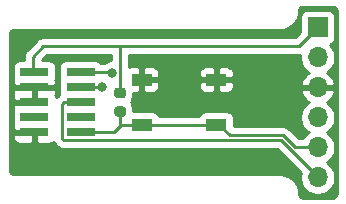
<source format=gbr>
%TF.GenerationSoftware,KiCad,Pcbnew,5.1.6-c6e7f7d~87~ubuntu18.04.1*%
%TF.CreationDate,2020-07-27T20:58:04-04:00*%
%TF.ProjectId,nucleo-stlink-adapter,6e75636c-656f-42d7-9374-6c696e6b2d61,rev?*%
%TF.SameCoordinates,Original*%
%TF.FileFunction,Copper,L1,Top*%
%TF.FilePolarity,Positive*%
%FSLAX46Y46*%
G04 Gerber Fmt 4.6, Leading zero omitted, Abs format (unit mm)*
G04 Created by KiCad (PCBNEW 5.1.6-c6e7f7d~87~ubuntu18.04.1) date 2020-07-27 20:58:04*
%MOMM*%
%LPD*%
G01*
G04 APERTURE LIST*
%TA.AperFunction,SMDPad,CuDef*%
%ADD10R,1.700000X1.000000*%
%TD*%
%TA.AperFunction,ComponentPad*%
%ADD11O,1.700000X1.700000*%
%TD*%
%TA.AperFunction,ComponentPad*%
%ADD12R,1.700000X1.700000*%
%TD*%
%TA.AperFunction,SMDPad,CuDef*%
%ADD13R,2.400000X0.740000*%
%TD*%
%TA.AperFunction,ViaPad*%
%ADD14C,0.800000*%
%TD*%
%TA.AperFunction,Conductor*%
%ADD15C,0.250000*%
%TD*%
%TA.AperFunction,Conductor*%
%ADD16C,0.254000*%
%TD*%
G04 APERTURE END LIST*
D10*
%TO.P,SW1,2*%
%TO.N,GND*%
X110843377Y-79353066D03*
X117143377Y-79353066D03*
%TO.P,SW1,1*%
%TO.N,nRST*%
X110843377Y-83153066D03*
X117143377Y-83153066D03*
%TD*%
%TO.P,R1,2*%
%TO.N,VTARGET*%
%TA.AperFunction,SMDPad,CuDef*%
G36*
G01*
X109258519Y-80911510D02*
X108746019Y-80911510D01*
G75*
G02*
X108527269Y-80692760I0J218750D01*
G01*
X108527269Y-80255260D01*
G75*
G02*
X108746019Y-80036510I218750J0D01*
G01*
X109258519Y-80036510D01*
G75*
G02*
X109477269Y-80255260I0J-218750D01*
G01*
X109477269Y-80692760D01*
G75*
G02*
X109258519Y-80911510I-218750J0D01*
G01*
G37*
%TD.AperFunction*%
%TO.P,R1,1*%
%TO.N,nRST*%
%TA.AperFunction,SMDPad,CuDef*%
G36*
G01*
X109258519Y-82486510D02*
X108746019Y-82486510D01*
G75*
G02*
X108527269Y-82267760I0J218750D01*
G01*
X108527269Y-81830260D01*
G75*
G02*
X108746019Y-81611510I218750J0D01*
G01*
X109258519Y-81611510D01*
G75*
G02*
X109477269Y-81830260I0J-218750D01*
G01*
X109477269Y-82267760D01*
G75*
G02*
X109258519Y-82486510I-218750J0D01*
G01*
G37*
%TD.AperFunction*%
%TD*%
D11*
%TO.P,J2,6*%
%TO.N,SWO*%
X125730000Y-87630000D03*
%TO.P,J2,5*%
%TO.N,nRST*%
X125730000Y-85090000D03*
%TO.P,J2,4*%
%TO.N,SWDIO*%
X125730000Y-82550000D03*
%TO.P,J2,3*%
%TO.N,GND*%
X125730000Y-80010000D03*
%TO.P,J2,2*%
%TO.N,SWCLK*%
X125730000Y-77470000D03*
D12*
%TO.P,J2,1*%
%TO.N,VTARGET*%
X125730000Y-74930000D03*
%TD*%
D13*
%TO.P,J1,10*%
%TO.N,nRST*%
X105650000Y-83790000D03*
%TO.P,J1,9*%
%TO.N,GND*%
X101750000Y-83790000D03*
%TO.P,J1,8*%
%TO.N,Net-(J1-Pad8)*%
X105650000Y-82520000D03*
%TO.P,J1,7*%
%TO.N,Net-(J1-Pad7)*%
X101750000Y-82520000D03*
%TO.P,J1,6*%
%TO.N,SWO*%
X105650000Y-81250000D03*
%TO.P,J1,5*%
%TO.N,GND*%
X101750000Y-81250000D03*
%TO.P,J1,4*%
%TO.N,SWCLK*%
X105650000Y-79980000D03*
%TO.P,J1,3*%
%TO.N,GND*%
X101750000Y-79980000D03*
%TO.P,J1,2*%
%TO.N,SWDIO*%
X105650000Y-78710000D03*
%TO.P,J1,1*%
%TO.N,VTARGET*%
X101750000Y-78710000D03*
%TD*%
D14*
%TO.N,SWDIO*%
X108275000Y-78750000D03*
%TO.N,SWCLK*%
X107500000Y-80000000D03*
%TD*%
D15*
%TO.N,SWDIO*%
X105650000Y-78710000D02*
X108235000Y-78710000D01*
X108235000Y-78710000D02*
X108275000Y-78750000D01*
%TO.N,VTARGET*%
X124160000Y-76500000D02*
X125730000Y-74930000D01*
X110000000Y-76500000D02*
X124160000Y-76500000D01*
X109000000Y-80500000D02*
X109000000Y-76500000D01*
X109000000Y-76500000D02*
X110000000Y-76500000D01*
X101600000Y-78460000D02*
X101600000Y-77400000D01*
X102500000Y-76500000D02*
X109000000Y-76500000D01*
X101600000Y-77400000D02*
X102500000Y-76500000D01*
%TO.N,nRST*%
X111200000Y-83050000D02*
X110700000Y-83050000D01*
X110840992Y-83050000D02*
X111200000Y-83050000D01*
X105650000Y-83790000D02*
X108460000Y-83790000D01*
X109002269Y-83247731D02*
X109002269Y-82049010D01*
X108460000Y-83790000D02*
X109002269Y-83247731D01*
X109096934Y-83153066D02*
X109002269Y-83247731D01*
X110843377Y-83153066D02*
X109096934Y-83153066D01*
X110843377Y-83153066D02*
X117143377Y-83153066D01*
X125730000Y-85090000D02*
X123826410Y-85090000D01*
X123826410Y-85090000D02*
X122786400Y-84049990D01*
X122786400Y-84049990D02*
X118299990Y-84049990D01*
X117403066Y-83153066D02*
X117143377Y-83153066D01*
X118299990Y-84049990D02*
X117403066Y-83153066D01*
%TO.N,SWO*%
X104250000Y-81250000D02*
X105650000Y-81250000D01*
X104124999Y-81375001D02*
X104250000Y-81250000D01*
X104124999Y-84374999D02*
X104124999Y-81375001D01*
X125730000Y-87630000D02*
X122600000Y-84500000D01*
X104250000Y-84500000D02*
X104124999Y-84374999D01*
X122600000Y-84500000D02*
X104250000Y-84500000D01*
%TO.N,SWCLK*%
X105650000Y-79980000D02*
X107480000Y-79980000D01*
X107480000Y-79980000D02*
X107500000Y-80000000D01*
%TD*%
D16*
%TO.N,GND*%
G36*
X127065424Y-73169580D02*
G01*
X127128356Y-73188580D01*
X127186405Y-73219445D01*
X127237343Y-73260989D01*
X127279248Y-73311644D01*
X127310515Y-73369471D01*
X127329956Y-73432272D01*
X127340000Y-73527835D01*
X127340001Y-88967711D01*
X127330420Y-89065424D01*
X127311420Y-89128357D01*
X127280554Y-89186406D01*
X127239011Y-89237343D01*
X127188356Y-89279248D01*
X127130529Y-89310515D01*
X127067728Y-89329956D01*
X126972165Y-89340000D01*
X124532279Y-89340000D01*
X124434576Y-89330420D01*
X124371643Y-89311420D01*
X124313594Y-89280554D01*
X124262657Y-89239011D01*
X124220752Y-89188356D01*
X124189485Y-89130529D01*
X124170044Y-89067728D01*
X124157176Y-88945292D01*
X124157260Y-88933199D01*
X124156360Y-88924028D01*
X124135959Y-88729931D01*
X124123934Y-88671348D01*
X124112723Y-88612577D01*
X124110059Y-88603755D01*
X124052347Y-88417317D01*
X124029162Y-88362162D01*
X124006758Y-88306709D01*
X124002432Y-88298573D01*
X123909607Y-88126896D01*
X123876139Y-88077278D01*
X123843400Y-88027247D01*
X123837576Y-88020106D01*
X123713172Y-87869728D01*
X123670737Y-87827589D01*
X123628874Y-87784839D01*
X123621773Y-87778966D01*
X123470531Y-87655616D01*
X123420738Y-87622534D01*
X123371349Y-87588716D01*
X123363243Y-87584333D01*
X123190921Y-87492708D01*
X123135606Y-87469909D01*
X123080634Y-87446348D01*
X123071831Y-87443623D01*
X122884995Y-87387214D01*
X122826307Y-87375594D01*
X122767804Y-87363158D01*
X122758639Y-87362195D01*
X122564405Y-87343150D01*
X122564402Y-87343150D01*
X122532419Y-87340000D01*
X100032279Y-87340000D01*
X99934576Y-87330420D01*
X99871643Y-87311420D01*
X99813594Y-87280554D01*
X99762657Y-87239011D01*
X99720752Y-87188356D01*
X99689485Y-87130529D01*
X99670044Y-87067728D01*
X99660000Y-86972165D01*
X99660000Y-84160000D01*
X99911928Y-84160000D01*
X99924188Y-84284482D01*
X99960498Y-84404180D01*
X100019463Y-84514494D01*
X100098815Y-84611185D01*
X100195506Y-84690537D01*
X100305820Y-84749502D01*
X100425518Y-84785812D01*
X100550000Y-84798072D01*
X101464250Y-84795000D01*
X101623000Y-84636250D01*
X101623000Y-83917000D01*
X100073750Y-83917000D01*
X99915000Y-84075750D01*
X99911928Y-84160000D01*
X99660000Y-84160000D01*
X99660000Y-80350000D01*
X99911928Y-80350000D01*
X99924188Y-80474482D01*
X99960498Y-80594180D01*
X99971627Y-80615000D01*
X99960498Y-80635820D01*
X99924188Y-80755518D01*
X99911928Y-80880000D01*
X99915000Y-80964250D01*
X100073750Y-81123000D01*
X101623000Y-81123000D01*
X101623000Y-80107000D01*
X100073750Y-80107000D01*
X99915000Y-80265750D01*
X99911928Y-80350000D01*
X99660000Y-80350000D01*
X99660000Y-78340000D01*
X99911928Y-78340000D01*
X99911928Y-79080000D01*
X99924188Y-79204482D01*
X99960498Y-79324180D01*
X99971627Y-79345000D01*
X99960498Y-79365820D01*
X99924188Y-79485518D01*
X99911928Y-79610000D01*
X99915000Y-79694250D01*
X100073750Y-79853000D01*
X101623000Y-79853000D01*
X101623000Y-79833000D01*
X101877000Y-79833000D01*
X101877000Y-79853000D01*
X103426250Y-79853000D01*
X103585000Y-79694250D01*
X103588072Y-79610000D01*
X103575812Y-79485518D01*
X103539502Y-79365820D01*
X103528373Y-79345000D01*
X103539502Y-79324180D01*
X103575812Y-79204482D01*
X103588072Y-79080000D01*
X103588072Y-78340000D01*
X103575812Y-78215518D01*
X103539502Y-78095820D01*
X103480537Y-77985506D01*
X103401185Y-77888815D01*
X103304494Y-77809463D01*
X103194180Y-77750498D01*
X103074482Y-77714188D01*
X102950000Y-77701928D01*
X102372873Y-77701928D01*
X102814802Y-77260000D01*
X108240001Y-77260000D01*
X108240001Y-77715000D01*
X108173061Y-77715000D01*
X107973102Y-77754774D01*
X107784744Y-77832795D01*
X107615226Y-77946063D01*
X107611289Y-77950000D01*
X107351398Y-77950000D01*
X107301185Y-77888815D01*
X107204494Y-77809463D01*
X107094180Y-77750498D01*
X106974482Y-77714188D01*
X106850000Y-77701928D01*
X104450000Y-77701928D01*
X104325518Y-77714188D01*
X104205820Y-77750498D01*
X104095506Y-77809463D01*
X103998815Y-77888815D01*
X103919463Y-77985506D01*
X103860498Y-78095820D01*
X103824188Y-78215518D01*
X103811928Y-78340000D01*
X103811928Y-79080000D01*
X103824188Y-79204482D01*
X103860498Y-79324180D01*
X103871627Y-79345000D01*
X103860498Y-79365820D01*
X103824188Y-79485518D01*
X103811928Y-79610000D01*
X103811928Y-80350000D01*
X103824188Y-80474482D01*
X103860498Y-80594180D01*
X103861437Y-80595937D01*
X103825724Y-80615026D01*
X103709999Y-80709999D01*
X103686196Y-80739003D01*
X103613997Y-80811202D01*
X103584999Y-80835000D01*
X103583786Y-80836478D01*
X103575812Y-80755518D01*
X103539502Y-80635820D01*
X103528373Y-80615000D01*
X103539502Y-80594180D01*
X103575812Y-80474482D01*
X103588072Y-80350000D01*
X103585000Y-80265750D01*
X103426250Y-80107000D01*
X101877000Y-80107000D01*
X101877000Y-81123000D01*
X101897000Y-81123000D01*
X101897000Y-81377000D01*
X101877000Y-81377000D01*
X101877000Y-81397000D01*
X101623000Y-81397000D01*
X101623000Y-81377000D01*
X100073750Y-81377000D01*
X99915000Y-81535750D01*
X99911928Y-81620000D01*
X99924188Y-81744482D01*
X99960498Y-81864180D01*
X99971627Y-81885000D01*
X99960498Y-81905820D01*
X99924188Y-82025518D01*
X99911928Y-82150000D01*
X99911928Y-82890000D01*
X99924188Y-83014482D01*
X99960498Y-83134180D01*
X99971627Y-83155000D01*
X99960498Y-83175820D01*
X99924188Y-83295518D01*
X99911928Y-83420000D01*
X99915000Y-83504250D01*
X100073750Y-83663000D01*
X101623000Y-83663000D01*
X101623000Y-83643000D01*
X101877000Y-83643000D01*
X101877000Y-83663000D01*
X101897000Y-83663000D01*
X101897000Y-83917000D01*
X101877000Y-83917000D01*
X101877000Y-84636250D01*
X102035750Y-84795000D01*
X102950000Y-84798072D01*
X103074482Y-84785812D01*
X103194180Y-84749502D01*
X103304494Y-84690537D01*
X103401185Y-84611185D01*
X103402107Y-84610061D01*
X103419453Y-84667245D01*
X103490025Y-84799275D01*
X103498819Y-84809990D01*
X103584998Y-84915000D01*
X103614002Y-84938803D01*
X103686196Y-85010997D01*
X103709999Y-85040001D01*
X103825724Y-85134974D01*
X103957753Y-85205546D01*
X104101014Y-85249003D01*
X104212667Y-85260000D01*
X104212677Y-85260000D01*
X104249999Y-85263676D01*
X104287322Y-85260000D01*
X122285199Y-85260000D01*
X124288790Y-87263593D01*
X124245000Y-87483740D01*
X124245000Y-87776260D01*
X124302068Y-88063158D01*
X124414010Y-88333411D01*
X124576525Y-88576632D01*
X124783368Y-88783475D01*
X125026589Y-88945990D01*
X125296842Y-89057932D01*
X125583740Y-89115000D01*
X125876260Y-89115000D01*
X126163158Y-89057932D01*
X126433411Y-88945990D01*
X126676632Y-88783475D01*
X126883475Y-88576632D01*
X127045990Y-88333411D01*
X127157932Y-88063158D01*
X127215000Y-87776260D01*
X127215000Y-87483740D01*
X127157932Y-87196842D01*
X127045990Y-86926589D01*
X126883475Y-86683368D01*
X126676632Y-86476525D01*
X126502240Y-86360000D01*
X126676632Y-86243475D01*
X126883475Y-86036632D01*
X127045990Y-85793411D01*
X127157932Y-85523158D01*
X127215000Y-85236260D01*
X127215000Y-84943740D01*
X127157932Y-84656842D01*
X127045990Y-84386589D01*
X126883475Y-84143368D01*
X126676632Y-83936525D01*
X126502240Y-83820000D01*
X126676632Y-83703475D01*
X126883475Y-83496632D01*
X127045990Y-83253411D01*
X127157932Y-82983158D01*
X127215000Y-82696260D01*
X127215000Y-82403740D01*
X127157932Y-82116842D01*
X127045990Y-81846589D01*
X126883475Y-81603368D01*
X126676632Y-81396525D01*
X126494466Y-81274805D01*
X126611355Y-81205178D01*
X126827588Y-81010269D01*
X127001641Y-80776920D01*
X127126825Y-80514099D01*
X127171476Y-80366890D01*
X127050155Y-80137000D01*
X125857000Y-80137000D01*
X125857000Y-80157000D01*
X125603000Y-80157000D01*
X125603000Y-80137000D01*
X124409845Y-80137000D01*
X124288524Y-80366890D01*
X124333175Y-80514099D01*
X124458359Y-80776920D01*
X124632412Y-81010269D01*
X124848645Y-81205178D01*
X124965534Y-81274805D01*
X124783368Y-81396525D01*
X124576525Y-81603368D01*
X124414010Y-81846589D01*
X124302068Y-82116842D01*
X124245000Y-82403740D01*
X124245000Y-82696260D01*
X124302068Y-82983158D01*
X124414010Y-83253411D01*
X124576525Y-83496632D01*
X124783368Y-83703475D01*
X124957760Y-83820000D01*
X124783368Y-83936525D01*
X124576525Y-84143368D01*
X124451822Y-84330000D01*
X124141212Y-84330000D01*
X123350204Y-83538992D01*
X123326401Y-83509989D01*
X123210676Y-83415016D01*
X123078647Y-83344444D01*
X122935386Y-83300987D01*
X122823733Y-83289990D01*
X122823722Y-83289990D01*
X122786400Y-83286314D01*
X122749078Y-83289990D01*
X118631449Y-83289990D01*
X118631449Y-82653066D01*
X118619189Y-82528584D01*
X118582879Y-82408886D01*
X118523914Y-82298572D01*
X118444562Y-82201881D01*
X118347871Y-82122529D01*
X118237557Y-82063564D01*
X118117859Y-82027254D01*
X117993377Y-82014994D01*
X116293377Y-82014994D01*
X116168895Y-82027254D01*
X116049197Y-82063564D01*
X115938883Y-82122529D01*
X115842192Y-82201881D01*
X115762840Y-82298572D01*
X115712331Y-82393066D01*
X112274423Y-82393066D01*
X112223914Y-82298572D01*
X112144562Y-82201881D01*
X112047871Y-82122529D01*
X111937557Y-82063564D01*
X111817859Y-82027254D01*
X111693377Y-82014994D01*
X110115341Y-82014994D01*
X110115341Y-81830260D01*
X110098877Y-81663102D01*
X110050119Y-81502368D01*
X109970940Y-81354235D01*
X109894843Y-81261510D01*
X109970940Y-81168785D01*
X110050119Y-81020652D01*
X110098877Y-80859918D01*
X110115341Y-80692760D01*
X110115341Y-80490474D01*
X110557627Y-80488066D01*
X110716377Y-80329316D01*
X110716377Y-79480066D01*
X110970377Y-79480066D01*
X110970377Y-80329316D01*
X111129127Y-80488066D01*
X111693377Y-80491138D01*
X111817859Y-80478878D01*
X111937557Y-80442568D01*
X112047871Y-80383603D01*
X112144562Y-80304251D01*
X112223914Y-80207560D01*
X112282879Y-80097246D01*
X112319189Y-79977548D01*
X112331449Y-79853066D01*
X115655305Y-79853066D01*
X115667565Y-79977548D01*
X115703875Y-80097246D01*
X115762840Y-80207560D01*
X115842192Y-80304251D01*
X115938883Y-80383603D01*
X116049197Y-80442568D01*
X116168895Y-80478878D01*
X116293377Y-80491138D01*
X116857627Y-80488066D01*
X117016377Y-80329316D01*
X117016377Y-79480066D01*
X117270377Y-79480066D01*
X117270377Y-80329316D01*
X117429127Y-80488066D01*
X117993377Y-80491138D01*
X118117859Y-80478878D01*
X118237557Y-80442568D01*
X118347871Y-80383603D01*
X118444562Y-80304251D01*
X118523914Y-80207560D01*
X118582879Y-80097246D01*
X118619189Y-79977548D01*
X118631449Y-79853066D01*
X118628377Y-79638816D01*
X118469627Y-79480066D01*
X117270377Y-79480066D01*
X117016377Y-79480066D01*
X115817127Y-79480066D01*
X115658377Y-79638816D01*
X115655305Y-79853066D01*
X112331449Y-79853066D01*
X112328377Y-79638816D01*
X112169627Y-79480066D01*
X110970377Y-79480066D01*
X110716377Y-79480066D01*
X110696377Y-79480066D01*
X110696377Y-79226066D01*
X110716377Y-79226066D01*
X110716377Y-78376816D01*
X110970377Y-78376816D01*
X110970377Y-79226066D01*
X112169627Y-79226066D01*
X112328377Y-79067316D01*
X112331449Y-78853066D01*
X115655305Y-78853066D01*
X115658377Y-79067316D01*
X115817127Y-79226066D01*
X117016377Y-79226066D01*
X117016377Y-78376816D01*
X117270377Y-78376816D01*
X117270377Y-79226066D01*
X118469627Y-79226066D01*
X118628377Y-79067316D01*
X118631449Y-78853066D01*
X118619189Y-78728584D01*
X118582879Y-78608886D01*
X118523914Y-78498572D01*
X118444562Y-78401881D01*
X118347871Y-78322529D01*
X118237557Y-78263564D01*
X118117859Y-78227254D01*
X117993377Y-78214994D01*
X117429127Y-78218066D01*
X117270377Y-78376816D01*
X117016377Y-78376816D01*
X116857627Y-78218066D01*
X116293377Y-78214994D01*
X116168895Y-78227254D01*
X116049197Y-78263564D01*
X115938883Y-78322529D01*
X115842192Y-78401881D01*
X115762840Y-78498572D01*
X115703875Y-78608886D01*
X115667565Y-78728584D01*
X115655305Y-78853066D01*
X112331449Y-78853066D01*
X112319189Y-78728584D01*
X112282879Y-78608886D01*
X112223914Y-78498572D01*
X112144562Y-78401881D01*
X112047871Y-78322529D01*
X111937557Y-78263564D01*
X111817859Y-78227254D01*
X111693377Y-78214994D01*
X111129127Y-78218066D01*
X110970377Y-78376816D01*
X110716377Y-78376816D01*
X110557627Y-78218066D01*
X109993377Y-78214994D01*
X109868895Y-78227254D01*
X109760000Y-78260287D01*
X109760000Y-77260000D01*
X124122678Y-77260000D01*
X124160000Y-77263676D01*
X124197322Y-77260000D01*
X124197333Y-77260000D01*
X124258885Y-77253938D01*
X124245000Y-77323740D01*
X124245000Y-77616260D01*
X124302068Y-77903158D01*
X124414010Y-78173411D01*
X124576525Y-78416632D01*
X124783368Y-78623475D01*
X124965534Y-78745195D01*
X124848645Y-78814822D01*
X124632412Y-79009731D01*
X124458359Y-79243080D01*
X124333175Y-79505901D01*
X124288524Y-79653110D01*
X124409845Y-79883000D01*
X125603000Y-79883000D01*
X125603000Y-79863000D01*
X125857000Y-79863000D01*
X125857000Y-79883000D01*
X127050155Y-79883000D01*
X127171476Y-79653110D01*
X127126825Y-79505901D01*
X127001641Y-79243080D01*
X126827588Y-79009731D01*
X126611355Y-78814822D01*
X126494466Y-78745195D01*
X126676632Y-78623475D01*
X126883475Y-78416632D01*
X127045990Y-78173411D01*
X127157932Y-77903158D01*
X127215000Y-77616260D01*
X127215000Y-77323740D01*
X127157932Y-77036842D01*
X127045990Y-76766589D01*
X126883475Y-76523368D01*
X126751620Y-76391513D01*
X126824180Y-76369502D01*
X126934494Y-76310537D01*
X127031185Y-76231185D01*
X127110537Y-76134494D01*
X127169502Y-76024180D01*
X127205812Y-75904482D01*
X127218072Y-75780000D01*
X127218072Y-74080000D01*
X127205812Y-73955518D01*
X127169502Y-73835820D01*
X127110537Y-73725506D01*
X127031185Y-73628815D01*
X126934494Y-73549463D01*
X126824180Y-73490498D01*
X126704482Y-73454188D01*
X126580000Y-73441928D01*
X124880000Y-73441928D01*
X124755518Y-73454188D01*
X124635820Y-73490498D01*
X124525506Y-73549463D01*
X124428815Y-73628815D01*
X124349463Y-73725506D01*
X124290498Y-73835820D01*
X124254188Y-73955518D01*
X124241928Y-74080000D01*
X124241928Y-75343271D01*
X123845199Y-75740000D01*
X109037333Y-75740000D01*
X109000000Y-75736323D01*
X108962667Y-75740000D01*
X102537322Y-75740000D01*
X102499999Y-75736324D01*
X102462676Y-75740000D01*
X102462667Y-75740000D01*
X102351014Y-75750997D01*
X102207753Y-75794454D01*
X102075724Y-75865026D01*
X101959999Y-75959999D01*
X101936201Y-75988997D01*
X101088998Y-76836201D01*
X101060000Y-76859999D01*
X101036202Y-76888997D01*
X101036201Y-76888998D01*
X100965026Y-76975724D01*
X100894454Y-77107754D01*
X100864790Y-77205546D01*
X100851609Y-77249002D01*
X100850998Y-77251015D01*
X100836324Y-77400000D01*
X100840001Y-77437332D01*
X100840001Y-77701928D01*
X100550000Y-77701928D01*
X100425518Y-77714188D01*
X100305820Y-77750498D01*
X100195506Y-77809463D01*
X100098815Y-77888815D01*
X100019463Y-77985506D01*
X99960498Y-78095820D01*
X99924188Y-78215518D01*
X99911928Y-78340000D01*
X99660000Y-78340000D01*
X99660000Y-75532279D01*
X99669580Y-75434576D01*
X99688580Y-75371644D01*
X99719445Y-75313595D01*
X99760989Y-75262657D01*
X99811644Y-75220752D01*
X99869471Y-75189485D01*
X99932272Y-75170044D01*
X100027835Y-75160000D01*
X122532419Y-75160000D01*
X122560674Y-75157217D01*
X122566801Y-75157260D01*
X122575972Y-75156360D01*
X122770069Y-75135959D01*
X122828658Y-75123932D01*
X122887423Y-75112723D01*
X122896245Y-75110059D01*
X123082683Y-75052347D01*
X123137838Y-75029162D01*
X123193291Y-75006758D01*
X123201427Y-75002432D01*
X123373104Y-74909607D01*
X123422699Y-74876154D01*
X123472753Y-74843400D01*
X123479894Y-74837576D01*
X123630272Y-74713172D01*
X123672411Y-74670737D01*
X123715161Y-74628874D01*
X123721034Y-74621773D01*
X123844384Y-74470531D01*
X123877477Y-74420723D01*
X123911284Y-74371349D01*
X123915667Y-74363243D01*
X124007292Y-74190920D01*
X124030090Y-74135608D01*
X124053652Y-74080634D01*
X124056377Y-74071831D01*
X124112786Y-73884994D01*
X124124405Y-73826314D01*
X124136842Y-73767804D01*
X124137805Y-73758639D01*
X124156850Y-73564406D01*
X124156850Y-73564404D01*
X124169580Y-73434576D01*
X124188580Y-73371644D01*
X124219445Y-73313595D01*
X124260989Y-73262657D01*
X124311644Y-73220752D01*
X124369471Y-73189485D01*
X124432272Y-73170044D01*
X124527835Y-73160000D01*
X126967721Y-73160000D01*
X127065424Y-73169580D01*
G37*
X127065424Y-73169580D02*
X127128356Y-73188580D01*
X127186405Y-73219445D01*
X127237343Y-73260989D01*
X127279248Y-73311644D01*
X127310515Y-73369471D01*
X127329956Y-73432272D01*
X127340000Y-73527835D01*
X127340001Y-88967711D01*
X127330420Y-89065424D01*
X127311420Y-89128357D01*
X127280554Y-89186406D01*
X127239011Y-89237343D01*
X127188356Y-89279248D01*
X127130529Y-89310515D01*
X127067728Y-89329956D01*
X126972165Y-89340000D01*
X124532279Y-89340000D01*
X124434576Y-89330420D01*
X124371643Y-89311420D01*
X124313594Y-89280554D01*
X124262657Y-89239011D01*
X124220752Y-89188356D01*
X124189485Y-89130529D01*
X124170044Y-89067728D01*
X124157176Y-88945292D01*
X124157260Y-88933199D01*
X124156360Y-88924028D01*
X124135959Y-88729931D01*
X124123934Y-88671348D01*
X124112723Y-88612577D01*
X124110059Y-88603755D01*
X124052347Y-88417317D01*
X124029162Y-88362162D01*
X124006758Y-88306709D01*
X124002432Y-88298573D01*
X123909607Y-88126896D01*
X123876139Y-88077278D01*
X123843400Y-88027247D01*
X123837576Y-88020106D01*
X123713172Y-87869728D01*
X123670737Y-87827589D01*
X123628874Y-87784839D01*
X123621773Y-87778966D01*
X123470531Y-87655616D01*
X123420738Y-87622534D01*
X123371349Y-87588716D01*
X123363243Y-87584333D01*
X123190921Y-87492708D01*
X123135606Y-87469909D01*
X123080634Y-87446348D01*
X123071831Y-87443623D01*
X122884995Y-87387214D01*
X122826307Y-87375594D01*
X122767804Y-87363158D01*
X122758639Y-87362195D01*
X122564405Y-87343150D01*
X122564402Y-87343150D01*
X122532419Y-87340000D01*
X100032279Y-87340000D01*
X99934576Y-87330420D01*
X99871643Y-87311420D01*
X99813594Y-87280554D01*
X99762657Y-87239011D01*
X99720752Y-87188356D01*
X99689485Y-87130529D01*
X99670044Y-87067728D01*
X99660000Y-86972165D01*
X99660000Y-84160000D01*
X99911928Y-84160000D01*
X99924188Y-84284482D01*
X99960498Y-84404180D01*
X100019463Y-84514494D01*
X100098815Y-84611185D01*
X100195506Y-84690537D01*
X100305820Y-84749502D01*
X100425518Y-84785812D01*
X100550000Y-84798072D01*
X101464250Y-84795000D01*
X101623000Y-84636250D01*
X101623000Y-83917000D01*
X100073750Y-83917000D01*
X99915000Y-84075750D01*
X99911928Y-84160000D01*
X99660000Y-84160000D01*
X99660000Y-80350000D01*
X99911928Y-80350000D01*
X99924188Y-80474482D01*
X99960498Y-80594180D01*
X99971627Y-80615000D01*
X99960498Y-80635820D01*
X99924188Y-80755518D01*
X99911928Y-80880000D01*
X99915000Y-80964250D01*
X100073750Y-81123000D01*
X101623000Y-81123000D01*
X101623000Y-80107000D01*
X100073750Y-80107000D01*
X99915000Y-80265750D01*
X99911928Y-80350000D01*
X99660000Y-80350000D01*
X99660000Y-78340000D01*
X99911928Y-78340000D01*
X99911928Y-79080000D01*
X99924188Y-79204482D01*
X99960498Y-79324180D01*
X99971627Y-79345000D01*
X99960498Y-79365820D01*
X99924188Y-79485518D01*
X99911928Y-79610000D01*
X99915000Y-79694250D01*
X100073750Y-79853000D01*
X101623000Y-79853000D01*
X101623000Y-79833000D01*
X101877000Y-79833000D01*
X101877000Y-79853000D01*
X103426250Y-79853000D01*
X103585000Y-79694250D01*
X103588072Y-79610000D01*
X103575812Y-79485518D01*
X103539502Y-79365820D01*
X103528373Y-79345000D01*
X103539502Y-79324180D01*
X103575812Y-79204482D01*
X103588072Y-79080000D01*
X103588072Y-78340000D01*
X103575812Y-78215518D01*
X103539502Y-78095820D01*
X103480537Y-77985506D01*
X103401185Y-77888815D01*
X103304494Y-77809463D01*
X103194180Y-77750498D01*
X103074482Y-77714188D01*
X102950000Y-77701928D01*
X102372873Y-77701928D01*
X102814802Y-77260000D01*
X108240001Y-77260000D01*
X108240001Y-77715000D01*
X108173061Y-77715000D01*
X107973102Y-77754774D01*
X107784744Y-77832795D01*
X107615226Y-77946063D01*
X107611289Y-77950000D01*
X107351398Y-77950000D01*
X107301185Y-77888815D01*
X107204494Y-77809463D01*
X107094180Y-77750498D01*
X106974482Y-77714188D01*
X106850000Y-77701928D01*
X104450000Y-77701928D01*
X104325518Y-77714188D01*
X104205820Y-77750498D01*
X104095506Y-77809463D01*
X103998815Y-77888815D01*
X103919463Y-77985506D01*
X103860498Y-78095820D01*
X103824188Y-78215518D01*
X103811928Y-78340000D01*
X103811928Y-79080000D01*
X103824188Y-79204482D01*
X103860498Y-79324180D01*
X103871627Y-79345000D01*
X103860498Y-79365820D01*
X103824188Y-79485518D01*
X103811928Y-79610000D01*
X103811928Y-80350000D01*
X103824188Y-80474482D01*
X103860498Y-80594180D01*
X103861437Y-80595937D01*
X103825724Y-80615026D01*
X103709999Y-80709999D01*
X103686196Y-80739003D01*
X103613997Y-80811202D01*
X103584999Y-80835000D01*
X103583786Y-80836478D01*
X103575812Y-80755518D01*
X103539502Y-80635820D01*
X103528373Y-80615000D01*
X103539502Y-80594180D01*
X103575812Y-80474482D01*
X103588072Y-80350000D01*
X103585000Y-80265750D01*
X103426250Y-80107000D01*
X101877000Y-80107000D01*
X101877000Y-81123000D01*
X101897000Y-81123000D01*
X101897000Y-81377000D01*
X101877000Y-81377000D01*
X101877000Y-81397000D01*
X101623000Y-81397000D01*
X101623000Y-81377000D01*
X100073750Y-81377000D01*
X99915000Y-81535750D01*
X99911928Y-81620000D01*
X99924188Y-81744482D01*
X99960498Y-81864180D01*
X99971627Y-81885000D01*
X99960498Y-81905820D01*
X99924188Y-82025518D01*
X99911928Y-82150000D01*
X99911928Y-82890000D01*
X99924188Y-83014482D01*
X99960498Y-83134180D01*
X99971627Y-83155000D01*
X99960498Y-83175820D01*
X99924188Y-83295518D01*
X99911928Y-83420000D01*
X99915000Y-83504250D01*
X100073750Y-83663000D01*
X101623000Y-83663000D01*
X101623000Y-83643000D01*
X101877000Y-83643000D01*
X101877000Y-83663000D01*
X101897000Y-83663000D01*
X101897000Y-83917000D01*
X101877000Y-83917000D01*
X101877000Y-84636250D01*
X102035750Y-84795000D01*
X102950000Y-84798072D01*
X103074482Y-84785812D01*
X103194180Y-84749502D01*
X103304494Y-84690537D01*
X103401185Y-84611185D01*
X103402107Y-84610061D01*
X103419453Y-84667245D01*
X103490025Y-84799275D01*
X103498819Y-84809990D01*
X103584998Y-84915000D01*
X103614002Y-84938803D01*
X103686196Y-85010997D01*
X103709999Y-85040001D01*
X103825724Y-85134974D01*
X103957753Y-85205546D01*
X104101014Y-85249003D01*
X104212667Y-85260000D01*
X104212677Y-85260000D01*
X104249999Y-85263676D01*
X104287322Y-85260000D01*
X122285199Y-85260000D01*
X124288790Y-87263593D01*
X124245000Y-87483740D01*
X124245000Y-87776260D01*
X124302068Y-88063158D01*
X124414010Y-88333411D01*
X124576525Y-88576632D01*
X124783368Y-88783475D01*
X125026589Y-88945990D01*
X125296842Y-89057932D01*
X125583740Y-89115000D01*
X125876260Y-89115000D01*
X126163158Y-89057932D01*
X126433411Y-88945990D01*
X126676632Y-88783475D01*
X126883475Y-88576632D01*
X127045990Y-88333411D01*
X127157932Y-88063158D01*
X127215000Y-87776260D01*
X127215000Y-87483740D01*
X127157932Y-87196842D01*
X127045990Y-86926589D01*
X126883475Y-86683368D01*
X126676632Y-86476525D01*
X126502240Y-86360000D01*
X126676632Y-86243475D01*
X126883475Y-86036632D01*
X127045990Y-85793411D01*
X127157932Y-85523158D01*
X127215000Y-85236260D01*
X127215000Y-84943740D01*
X127157932Y-84656842D01*
X127045990Y-84386589D01*
X126883475Y-84143368D01*
X126676632Y-83936525D01*
X126502240Y-83820000D01*
X126676632Y-83703475D01*
X126883475Y-83496632D01*
X127045990Y-83253411D01*
X127157932Y-82983158D01*
X127215000Y-82696260D01*
X127215000Y-82403740D01*
X127157932Y-82116842D01*
X127045990Y-81846589D01*
X126883475Y-81603368D01*
X126676632Y-81396525D01*
X126494466Y-81274805D01*
X126611355Y-81205178D01*
X126827588Y-81010269D01*
X127001641Y-80776920D01*
X127126825Y-80514099D01*
X127171476Y-80366890D01*
X127050155Y-80137000D01*
X125857000Y-80137000D01*
X125857000Y-80157000D01*
X125603000Y-80157000D01*
X125603000Y-80137000D01*
X124409845Y-80137000D01*
X124288524Y-80366890D01*
X124333175Y-80514099D01*
X124458359Y-80776920D01*
X124632412Y-81010269D01*
X124848645Y-81205178D01*
X124965534Y-81274805D01*
X124783368Y-81396525D01*
X124576525Y-81603368D01*
X124414010Y-81846589D01*
X124302068Y-82116842D01*
X124245000Y-82403740D01*
X124245000Y-82696260D01*
X124302068Y-82983158D01*
X124414010Y-83253411D01*
X124576525Y-83496632D01*
X124783368Y-83703475D01*
X124957760Y-83820000D01*
X124783368Y-83936525D01*
X124576525Y-84143368D01*
X124451822Y-84330000D01*
X124141212Y-84330000D01*
X123350204Y-83538992D01*
X123326401Y-83509989D01*
X123210676Y-83415016D01*
X123078647Y-83344444D01*
X122935386Y-83300987D01*
X122823733Y-83289990D01*
X122823722Y-83289990D01*
X122786400Y-83286314D01*
X122749078Y-83289990D01*
X118631449Y-83289990D01*
X118631449Y-82653066D01*
X118619189Y-82528584D01*
X118582879Y-82408886D01*
X118523914Y-82298572D01*
X118444562Y-82201881D01*
X118347871Y-82122529D01*
X118237557Y-82063564D01*
X118117859Y-82027254D01*
X117993377Y-82014994D01*
X116293377Y-82014994D01*
X116168895Y-82027254D01*
X116049197Y-82063564D01*
X115938883Y-82122529D01*
X115842192Y-82201881D01*
X115762840Y-82298572D01*
X115712331Y-82393066D01*
X112274423Y-82393066D01*
X112223914Y-82298572D01*
X112144562Y-82201881D01*
X112047871Y-82122529D01*
X111937557Y-82063564D01*
X111817859Y-82027254D01*
X111693377Y-82014994D01*
X110115341Y-82014994D01*
X110115341Y-81830260D01*
X110098877Y-81663102D01*
X110050119Y-81502368D01*
X109970940Y-81354235D01*
X109894843Y-81261510D01*
X109970940Y-81168785D01*
X110050119Y-81020652D01*
X110098877Y-80859918D01*
X110115341Y-80692760D01*
X110115341Y-80490474D01*
X110557627Y-80488066D01*
X110716377Y-80329316D01*
X110716377Y-79480066D01*
X110970377Y-79480066D01*
X110970377Y-80329316D01*
X111129127Y-80488066D01*
X111693377Y-80491138D01*
X111817859Y-80478878D01*
X111937557Y-80442568D01*
X112047871Y-80383603D01*
X112144562Y-80304251D01*
X112223914Y-80207560D01*
X112282879Y-80097246D01*
X112319189Y-79977548D01*
X112331449Y-79853066D01*
X115655305Y-79853066D01*
X115667565Y-79977548D01*
X115703875Y-80097246D01*
X115762840Y-80207560D01*
X115842192Y-80304251D01*
X115938883Y-80383603D01*
X116049197Y-80442568D01*
X116168895Y-80478878D01*
X116293377Y-80491138D01*
X116857627Y-80488066D01*
X117016377Y-80329316D01*
X117016377Y-79480066D01*
X117270377Y-79480066D01*
X117270377Y-80329316D01*
X117429127Y-80488066D01*
X117993377Y-80491138D01*
X118117859Y-80478878D01*
X118237557Y-80442568D01*
X118347871Y-80383603D01*
X118444562Y-80304251D01*
X118523914Y-80207560D01*
X118582879Y-80097246D01*
X118619189Y-79977548D01*
X118631449Y-79853066D01*
X118628377Y-79638816D01*
X118469627Y-79480066D01*
X117270377Y-79480066D01*
X117016377Y-79480066D01*
X115817127Y-79480066D01*
X115658377Y-79638816D01*
X115655305Y-79853066D01*
X112331449Y-79853066D01*
X112328377Y-79638816D01*
X112169627Y-79480066D01*
X110970377Y-79480066D01*
X110716377Y-79480066D01*
X110696377Y-79480066D01*
X110696377Y-79226066D01*
X110716377Y-79226066D01*
X110716377Y-78376816D01*
X110970377Y-78376816D01*
X110970377Y-79226066D01*
X112169627Y-79226066D01*
X112328377Y-79067316D01*
X112331449Y-78853066D01*
X115655305Y-78853066D01*
X115658377Y-79067316D01*
X115817127Y-79226066D01*
X117016377Y-79226066D01*
X117016377Y-78376816D01*
X117270377Y-78376816D01*
X117270377Y-79226066D01*
X118469627Y-79226066D01*
X118628377Y-79067316D01*
X118631449Y-78853066D01*
X118619189Y-78728584D01*
X118582879Y-78608886D01*
X118523914Y-78498572D01*
X118444562Y-78401881D01*
X118347871Y-78322529D01*
X118237557Y-78263564D01*
X118117859Y-78227254D01*
X117993377Y-78214994D01*
X117429127Y-78218066D01*
X117270377Y-78376816D01*
X117016377Y-78376816D01*
X116857627Y-78218066D01*
X116293377Y-78214994D01*
X116168895Y-78227254D01*
X116049197Y-78263564D01*
X115938883Y-78322529D01*
X115842192Y-78401881D01*
X115762840Y-78498572D01*
X115703875Y-78608886D01*
X115667565Y-78728584D01*
X115655305Y-78853066D01*
X112331449Y-78853066D01*
X112319189Y-78728584D01*
X112282879Y-78608886D01*
X112223914Y-78498572D01*
X112144562Y-78401881D01*
X112047871Y-78322529D01*
X111937557Y-78263564D01*
X111817859Y-78227254D01*
X111693377Y-78214994D01*
X111129127Y-78218066D01*
X110970377Y-78376816D01*
X110716377Y-78376816D01*
X110557627Y-78218066D01*
X109993377Y-78214994D01*
X109868895Y-78227254D01*
X109760000Y-78260287D01*
X109760000Y-77260000D01*
X124122678Y-77260000D01*
X124160000Y-77263676D01*
X124197322Y-77260000D01*
X124197333Y-77260000D01*
X124258885Y-77253938D01*
X124245000Y-77323740D01*
X124245000Y-77616260D01*
X124302068Y-77903158D01*
X124414010Y-78173411D01*
X124576525Y-78416632D01*
X124783368Y-78623475D01*
X124965534Y-78745195D01*
X124848645Y-78814822D01*
X124632412Y-79009731D01*
X124458359Y-79243080D01*
X124333175Y-79505901D01*
X124288524Y-79653110D01*
X124409845Y-79883000D01*
X125603000Y-79883000D01*
X125603000Y-79863000D01*
X125857000Y-79863000D01*
X125857000Y-79883000D01*
X127050155Y-79883000D01*
X127171476Y-79653110D01*
X127126825Y-79505901D01*
X127001641Y-79243080D01*
X126827588Y-79009731D01*
X126611355Y-78814822D01*
X126494466Y-78745195D01*
X126676632Y-78623475D01*
X126883475Y-78416632D01*
X127045990Y-78173411D01*
X127157932Y-77903158D01*
X127215000Y-77616260D01*
X127215000Y-77323740D01*
X127157932Y-77036842D01*
X127045990Y-76766589D01*
X126883475Y-76523368D01*
X126751620Y-76391513D01*
X126824180Y-76369502D01*
X126934494Y-76310537D01*
X127031185Y-76231185D01*
X127110537Y-76134494D01*
X127169502Y-76024180D01*
X127205812Y-75904482D01*
X127218072Y-75780000D01*
X127218072Y-74080000D01*
X127205812Y-73955518D01*
X127169502Y-73835820D01*
X127110537Y-73725506D01*
X127031185Y-73628815D01*
X126934494Y-73549463D01*
X126824180Y-73490498D01*
X126704482Y-73454188D01*
X126580000Y-73441928D01*
X124880000Y-73441928D01*
X124755518Y-73454188D01*
X124635820Y-73490498D01*
X124525506Y-73549463D01*
X124428815Y-73628815D01*
X124349463Y-73725506D01*
X124290498Y-73835820D01*
X124254188Y-73955518D01*
X124241928Y-74080000D01*
X124241928Y-75343271D01*
X123845199Y-75740000D01*
X109037333Y-75740000D01*
X109000000Y-75736323D01*
X108962667Y-75740000D01*
X102537322Y-75740000D01*
X102499999Y-75736324D01*
X102462676Y-75740000D01*
X102462667Y-75740000D01*
X102351014Y-75750997D01*
X102207753Y-75794454D01*
X102075724Y-75865026D01*
X101959999Y-75959999D01*
X101936201Y-75988997D01*
X101088998Y-76836201D01*
X101060000Y-76859999D01*
X101036202Y-76888997D01*
X101036201Y-76888998D01*
X100965026Y-76975724D01*
X100894454Y-77107754D01*
X100864790Y-77205546D01*
X100851609Y-77249002D01*
X100850998Y-77251015D01*
X100836324Y-77400000D01*
X100840001Y-77437332D01*
X100840001Y-77701928D01*
X100550000Y-77701928D01*
X100425518Y-77714188D01*
X100305820Y-77750498D01*
X100195506Y-77809463D01*
X100098815Y-77888815D01*
X100019463Y-77985506D01*
X99960498Y-78095820D01*
X99924188Y-78215518D01*
X99911928Y-78340000D01*
X99660000Y-78340000D01*
X99660000Y-75532279D01*
X99669580Y-75434576D01*
X99688580Y-75371644D01*
X99719445Y-75313595D01*
X99760989Y-75262657D01*
X99811644Y-75220752D01*
X99869471Y-75189485D01*
X99932272Y-75170044D01*
X100027835Y-75160000D01*
X122532419Y-75160000D01*
X122560674Y-75157217D01*
X122566801Y-75157260D01*
X122575972Y-75156360D01*
X122770069Y-75135959D01*
X122828658Y-75123932D01*
X122887423Y-75112723D01*
X122896245Y-75110059D01*
X123082683Y-75052347D01*
X123137838Y-75029162D01*
X123193291Y-75006758D01*
X123201427Y-75002432D01*
X123373104Y-74909607D01*
X123422699Y-74876154D01*
X123472753Y-74843400D01*
X123479894Y-74837576D01*
X123630272Y-74713172D01*
X123672411Y-74670737D01*
X123715161Y-74628874D01*
X123721034Y-74621773D01*
X123844384Y-74470531D01*
X123877477Y-74420723D01*
X123911284Y-74371349D01*
X123915667Y-74363243D01*
X124007292Y-74190920D01*
X124030090Y-74135608D01*
X124053652Y-74080634D01*
X124056377Y-74071831D01*
X124112786Y-73884994D01*
X124124405Y-73826314D01*
X124136842Y-73767804D01*
X124137805Y-73758639D01*
X124156850Y-73564406D01*
X124156850Y-73564404D01*
X124169580Y-73434576D01*
X124188580Y-73371644D01*
X124219445Y-73313595D01*
X124260989Y-73262657D01*
X124311644Y-73220752D01*
X124369471Y-73189485D01*
X124432272Y-73170044D01*
X124527835Y-73160000D01*
X126967721Y-73160000D01*
X127065424Y-73169580D01*
%TD*%
M02*

</source>
